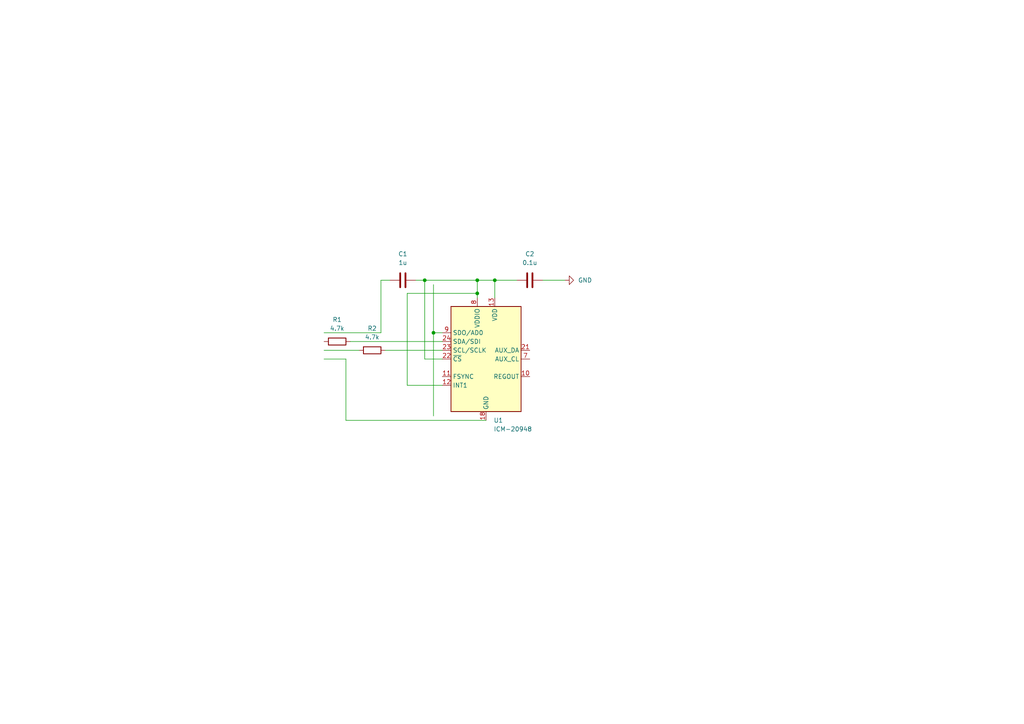
<source format=kicad_sch>
(kicad_sch (version 20231120) (generator "eeschema") (generator_version "8.0")
  (paper "A4")
  (lib_symbols
    (symbol "Device:C" (pin_numbers hide) (pin_names (offset 0.254))
      (property "Reference" "C" (at 0.635 2.54 0))
      (property "Value" "C" (at 0.635 -2.54 0))
      (symbol "C_0_1"
        (polyline (pts (xy -2.032 -0.762) (xy 2.032 -0.762)) (stroke (width 0.508)))
        (polyline (pts (xy -2.032 0.762) (xy 2.032 0.762)) (stroke (width 0.508)))
      )
      (symbol "C_1_1"
        (pin passive line (at 0 3.81 270) (length 2.794) (name "~") (number "1"))
        (pin passive line (at 0 -3.81 90) (length 2.794) (name "~") (number "2"))
      )
    )
    (symbol "Device:R" (pin_numbers hide) (pin_names (offset 0))
      (property "Reference" "R" (at 2.032 0 90))
      (property "Value" "R" (at 0 0 90))
      (symbol "R_0_1"
        (rectangle (start -1.016 -2.54) (end 1.016 2.54) (stroke (width 0.254)))
      )
      (symbol "R_1_1"
        (pin passive line (at 0 3.81 270) (length 1.27) (name "~") (number "1"))
        (pin passive line (at 0 -3.81 90) (length 1.27) (name "~") (number "2"))
      )
    )
    (symbol "Sensor_Motion:ICM-20948"
      (property "Reference" "U" (at -11.43 16.51 0))
      (property "Value" "ICM-20948" (at 7.62 -16.51 0))
      (symbol "ICM-20948_0_1"
        (rectangle (start -10.16 15.24) (end 10.16 -15.24) (stroke (width 0.254)) (fill (type background)))
      )
      (symbol "ICM-20948_1_1"
        (pin no_connect line (at -10.16 12.7 0) (length 2.54) hide (name "NC") (number "1"))
        (pin passive line (at 12.7 -5.08 180) (length 2.54) (name "REGOUT") (number "10"))
        (pin input line (at -12.7 -5.08 0) (length 2.54) (name "FSYNC") (number "11"))
        (pin output line (at -12.7 -7.62 0) (length 2.54) (name "INT1") (number "12"))
        (pin power_in line (at 2.54 17.78 270) (length 2.54) (name "VDD") (number "13"))
        (pin no_connect line (at 10.16 7.62 180) (length 2.54) hide (name "NC") (number "14"))
        (pin no_connect line (at 10.16 5.08 180) (length 2.54) hide (name "NC") (number "15"))
        (pin no_connect line (at 10.16 -7.62 180) (length 2.54) hide (name "NC") (number "16"))
        (pin no_connect line (at 10.16 -10.16 180) (length 2.54) hide (name "NC") (number "17"))
        (pin power_in line (at 0 -17.78 90) (length 2.54) (name "GND") (number "18"))
        (pin no_connect line (at 10.16 -12.7 180) (length 2.54) hide (name "RESV") (number "19"))
        (pin no_connect line (at -10.16 10.16 0) (length 2.54) hide (name "NC") (number "2"))
        (pin passive line (at 0 -17.78 90) (length 2.54) hide (name "GND") (number "20"))
        (pin bidirectional line (at 12.7 2.54 180) (length 2.54) (name "AUX_DA") (number "21"))
        (pin input line (at -12.7 0 0) (length 2.54) (name "~{CS}") (number "22"))
        (pin input line (at -12.7 2.54 0) (length 2.54) (name "SCL/SCLK") (number "23"))
        (pin bidirectional line (at -12.7 5.08 0) (length 2.54) (name "SDA/SDI") (number "24"))
        (pin no_connect line (at -10.16 -2.54 0) (length 2.54) hide (name "NC") (number "3"))
        (pin no_connect line (at -10.16 -10.16 0) (length 2.54) hide (name "NC") (number "4"))
        (pin no_connect line (at -10.16 -12.7 0) (length 2.54) hide (name "NC") (number "5"))
        (pin no_connect line (at 10.16 10.16 180) (length 2.54) hide (name "NC") (number "6"))
        (pin output line (at 12.7 0 180) (length 2.54) (name "AUX_CL") (number "7"))
        (pin power_in line (at -2.54 17.78 270) (length 2.54) (name "VDDIO") (number "8"))
        (pin bidirectional line (at -12.7 7.62 0) (length 2.54) (name "SDO/AD0") (number "9"))
      )
    )
    (symbol "power:GND" (power) (pin_numbers hide) (pin_names (offset 0) hide)
      (property "Value" "GND" (at 0 -3.81 0))
      (symbol "GND_0_1"
        (polyline (pts (xy 0 0) (xy 0 -1.27) (xy 1.27 -1.27) (xy 0 -2.54) (xy -1.27 -1.27) (xy 0 -1.27)))
      )
      (symbol "GND_1_1"
        (pin power_in line (at 0 0 270) (length 0) (name "~") (number "1"))
      )
    )
  )
  (junction (at 123.19 81.28))
  (junction (at 138.43 81.28))
  (junction (at 138.43 85.09))
  (junction (at 125.73 96.52))
  (junction (at 143.51 81.28))
  (wire (pts (xy 125.73 96.52) (xy 125.73 120.65)))
  (wire (pts (xy 138.43 85.09) (xy 138.43 86.36)))
  (wire (pts (xy 143.51 81.28) (xy 149.86 81.28)))
  (wire (pts (xy 128.27 111.76) (xy 118.11 111.76)))
  (wire (pts (xy 123.19 104.14) (xy 128.27 104.14)))
  (wire (pts (xy 101.6 99.06) (xy 128.27 99.06)))
  (wire (pts (xy 118.11 85.09) (xy 138.43 85.09)))
  (wire (pts (xy 128.27 96.52) (xy 125.73 96.52)))
  (wire (pts (xy 138.43 81.28) (xy 143.51 81.28)))
  (wire (pts (xy 125.73 82.55) (xy 125.73 96.52)))
  (wire (pts (xy 93.98 104.14) (xy 100.33 104.14)))
  (wire (pts (xy 111.76 101.6) (xy 128.27 101.6)))
  (wire (pts (xy 123.19 81.28) (xy 120.65 81.28)))
  (wire (pts (xy 93.98 101.6) (xy 104.14 101.6)))
  (wire (pts (xy 140.97 121.92) (xy 100.33 121.92)))
  (wire (pts (xy 123.19 81.28) (xy 123.19 104.14)))
  (wire (pts (xy 157.48 81.28) (xy 163.83 81.28)))
  (wire (pts (xy 93.98 96.52) (xy 110.49 96.52)))
  (wire (pts (xy 138.43 81.28) (xy 138.43 85.09)))
  (wire (pts (xy 143.51 86.36) (xy 143.51 81.28)))
  (wire (pts (xy 118.11 111.76) (xy 118.11 85.09)))
  (wire (pts (xy 100.33 121.92) (xy 100.33 104.14)))
  (wire (pts (xy 113.03 81.28) (xy 110.49 81.28)))
  (wire (pts (xy 123.19 81.28) (xy 138.43 81.28)))
  (wire (pts (xy 110.49 81.28) (xy 110.49 96.52)))
  (symbol (lib_id "Device:R") (at 107.95 101.6 90) (unit 1)
    (property "Reference" "R2" (at 107.95 95.25 90))
    (property "Value" "4.7k" (at 107.95 97.79 90))
    (property "Description" "Resistor" (effects (hide yes)))
  )
  (symbol (lib_id "Device:C") (at 153.67 81.28 90) (unit 1)
    (property "Reference" "C2" (at 153.67 73.66 90))
    (property "Value" "0.1u" (at 153.67 76.2 90))
    (property "Description" "Unpolarized capacitor" (effects (hide yes)))
  )
  (symbol (lib_id "Device:C") (at 116.84 81.28 270) (unit 1)
    (property "Reference" "C1" (at 116.84 73.66 90))
    (property "Value" "1u" (at 116.84 76.2 90))
    (property "Description" "Unpolarized capacitor" (effects (hide yes)))
  )
  (symbol (lib_id "Device:R") (at 97.79 99.06 90) (unit 1)
    (property "Reference" "R1" (at 97.79 92.71 90))
    (property "Value" "4.7k" (at 97.79 95.25 90))
    (property "Description" "Resistor" (effects (hide yes)))
  )
  (symbol (lib_id "power:GND") (at 163.83 81.28 90) (unit 1)
    (property "Reference" "#PWR01" (effects (hide yes)))
    (property "Value" "GND" (at 167.64 81.2799 90) (effects (justify right)))
    (property "Description" "Power symbol creates a global label with name \"GND\" , ground" (effects (hide yes)))
  )
  (symbol (lib_id "Sensor_Motion:ICM-20948") (at 140.97 104.14 0) (unit 1)
    (property "Reference" "U1" (at 143.1641 121.92 0) (effects (justify left)))
    (property "Value" "ICM-20948" (at 143.1641 124.46 0) (effects (justify left)))
    (property "Footprint" "Sensor_Motion:InvenSense_QFN-24_3x3mm_P0.4mm" (effects (hide yes)))
    (property "Datasheet" "http://www.invensense.com/wp-content/uploads/2016/06/DS-000189-ICM-20948-v1.3.pdf" (effects (hide yes)))
    (property "Description" "InvenSense 9-Axis Motion Sensor, Accelerometer, Gyroscope, Compass, I2C/SPI, QFN-24" (effects (hide yes)))
  )
)
</source>
